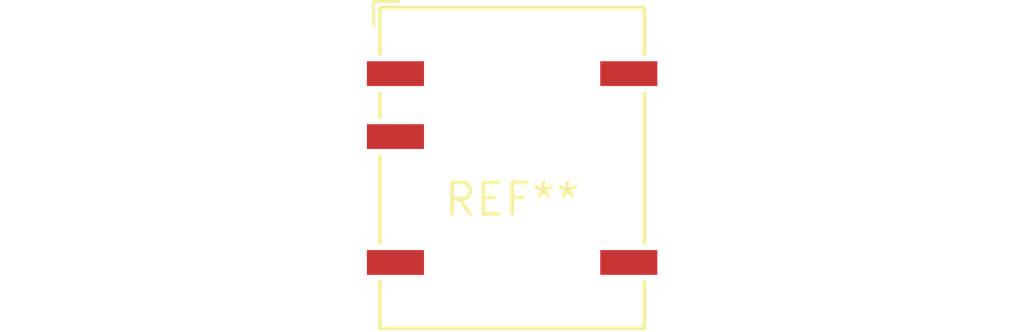
<source format=kicad_pcb>
(kicad_pcb (version 20240108) (generator pcbnew)
  (layers (0 "F.Cu" signal) (31 "B.Cu" signal) (34 "B.Paste" user) (35 "F.Paste" user) (36 "B.SilkS" user "B.Silkscreen") (37 "F.SilkS" user "F.Silkscreen") (38 "B.Mask" user) (39 "F.Mask" user) (44 "Edge.Cuts" user))
  (net 0 "")
  (footprint "Converter_DCDC_Murata_NXExSxxxxMC_SMD" (layer "F.Cu") (at 0 0)
    (property "Reference" "REF**")
    (property "Value" "Converter_DCDC_Murata_NXExSxxxxMC_SMD")
    (fp_line (start -5.577 -7.99) (end -5.577 -6.99) (layer "F.SilkS") (stroke (width 0.12)))
    (fp_line (start -5.325 -7.74) (end 5.325 -7.74) (layer "F.SilkS") (stroke (width 0.15)))
    (fp_line (start -5.325 -5.86) (end -5.325 -7.74) (layer "F.SilkS") (stroke (width 0.15)))
    (fp_line (start -5.325 -3.32) (end -5.325 -4.3) (layer "F.SilkS") (stroke (width 0.15)))
    (fp_line (start -5.325 1.76) (end -5.325 -1.76) (layer "F.SilkS") (stroke (width 0.15)))
    (fp_line (start -5.325 5.2) (end -5.325 3.32) (layer "F.SilkS") (stroke (width 0.15)))
    (fp_line (start -4.577 -7.99) (end -5.577 -7.99) (layer "F.SilkS") (stroke (width 0.12)))
    (fp_line (start 5.325 -7.74) (end 5.325 -5.86) (layer "F.SilkS") (stroke (width 0.15)))
    (fp_line (start 5.325 -4.3) (end 5.325 1.76) (layer "F.SilkS") (stroke (width 0.15)))
    (fp_line (start 5.325 3.32) (end 5.325 5.2) (layer "F.SilkS") (stroke (width 0.15)))
    (fp_line (start 5.325 5.2) (end -5.325 5.2) (layer "F.SilkS") (stroke (width 0.15)))
    (pad "1" smd rect (at -4.7 -5.08) (size 2.3 1) (layers "F.Cu" "F.Paste" "F.Mask"))
    (pad "3" smd rect (at -4.7 -2.54) (size 2.3 1) (layers "F.Cu" "F.Paste" "F.Mask"))
    (pad "7" smd rect (at -4.7 2.54) (size 2.3 1) (layers "F.Cu" "F.Paste" "F.Mask"))
    (pad "8" smd rect (at 4.7 2.54) (size 2.3 1) (layers "F.Cu" "F.Paste" "F.Mask"))
    (pad "14" smd rect (at 4.7 -5.08) (size 2.3 1) (layers "F.Cu" "F.Paste" "F.Mask"))
  )
)
</source>
